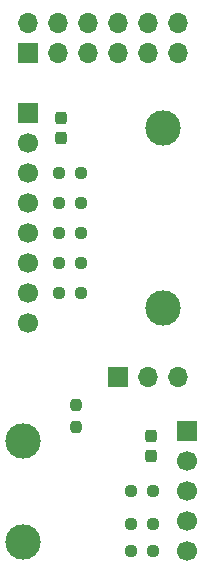
<source format=gbs>
G04 #@! TF.GenerationSoftware,KiCad,Pcbnew,6.0.9-8da3e8f707~116~ubuntu20.04.1*
G04 #@! TF.CreationDate,2023-03-05T00:07:15+01:00*
G04 #@! TF.ProjectId,accl_magn_pmod,6163636c-5f6d-4616-976e-5f706d6f642e,rev?*
G04 #@! TF.SameCoordinates,Original*
G04 #@! TF.FileFunction,Soldermask,Bot*
G04 #@! TF.FilePolarity,Negative*
%FSLAX46Y46*%
G04 Gerber Fmt 4.6, Leading zero omitted, Abs format (unit mm)*
G04 Created by KiCad (PCBNEW 6.0.9-8da3e8f707~116~ubuntu20.04.1) date 2023-03-05 00:07:15*
%MOMM*%
%LPD*%
G01*
G04 APERTURE LIST*
G04 Aperture macros list*
%AMRoundRect*
0 Rectangle with rounded corners*
0 $1 Rounding radius*
0 $2 $3 $4 $5 $6 $7 $8 $9 X,Y pos of 4 corners*
0 Add a 4 corners polygon primitive as box body*
4,1,4,$2,$3,$4,$5,$6,$7,$8,$9,$2,$3,0*
0 Add four circle primitives for the rounded corners*
1,1,$1+$1,$2,$3*
1,1,$1+$1,$4,$5*
1,1,$1+$1,$6,$7*
1,1,$1+$1,$8,$9*
0 Add four rect primitives between the rounded corners*
20,1,$1+$1,$2,$3,$4,$5,0*
20,1,$1+$1,$4,$5,$6,$7,0*
20,1,$1+$1,$6,$7,$8,$9,0*
20,1,$1+$1,$8,$9,$2,$3,0*%
G04 Aperture macros list end*
%ADD10C,3.000000*%
%ADD11R,1.700000X1.700000*%
%ADD12C,1.700000*%
%ADD13RoundRect,0.237500X-0.250000X-0.237500X0.250000X-0.237500X0.250000X0.237500X-0.250000X0.237500X0*%
%ADD14RoundRect,0.237500X0.250000X0.237500X-0.250000X0.237500X-0.250000X-0.237500X0.250000X-0.237500X0*%
%ADD15RoundRect,0.237500X0.237500X-0.250000X0.237500X0.250000X-0.237500X0.250000X-0.237500X-0.250000X0*%
%ADD16O,1.700000X1.700000*%
%ADD17RoundRect,0.237500X-0.237500X0.300000X-0.237500X-0.300000X0.237500X-0.300000X0.237500X0.300000X0*%
%ADD18RoundRect,0.237500X0.237500X-0.300000X0.237500X0.300000X-0.237500X0.300000X-0.237500X-0.300000X0*%
G04 APERTURE END LIST*
D10*
X117627400Y-103621400D03*
X117627400Y-95021400D03*
D11*
X131572000Y-94234000D03*
D12*
X131572000Y-96774000D03*
X131572000Y-99314000D03*
X131572000Y-101854000D03*
X131572000Y-104394000D03*
D10*
X129540000Y-68580000D03*
X129540000Y-83820000D03*
D11*
X118110000Y-67310000D03*
D12*
X118110000Y-69850000D03*
X118110000Y-72390000D03*
X118110000Y-74930000D03*
X118110000Y-77470000D03*
X118110000Y-80010000D03*
X118110000Y-82550000D03*
X118110000Y-85090000D03*
D13*
X126849500Y-104394000D03*
X128674500Y-104394000D03*
X126849500Y-99314000D03*
X128674500Y-99314000D03*
X126849500Y-102108000D03*
X128674500Y-102108000D03*
D14*
X122578500Y-74930000D03*
X120753500Y-74930000D03*
X120753500Y-72390000D03*
X122578500Y-72390000D03*
D13*
X120753500Y-82550000D03*
X122578500Y-82550000D03*
D14*
X122578500Y-80010000D03*
X120753500Y-80010000D03*
X122578500Y-77470000D03*
X120753500Y-77470000D03*
D15*
X122174000Y-93876500D03*
X122174000Y-92051500D03*
D11*
X125730000Y-89662000D03*
D16*
X128270000Y-89662000D03*
X130810000Y-89662000D03*
D11*
X118110000Y-62230000D03*
D16*
X118110000Y-59690000D03*
X120650000Y-62230000D03*
X120650000Y-59690000D03*
X123190000Y-62230000D03*
X123190000Y-59690000D03*
X125730000Y-62230000D03*
X125730000Y-59690000D03*
X128270000Y-62230000D03*
X128270000Y-59690000D03*
X130810000Y-62230000D03*
X130810000Y-59690000D03*
D17*
X128524000Y-94641500D03*
X128524000Y-96366500D03*
D18*
X120904000Y-69442500D03*
X120904000Y-67717500D03*
M02*

</source>
